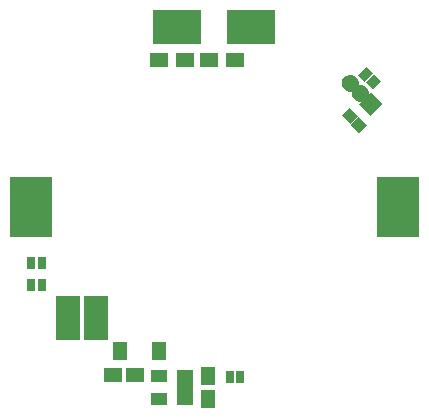
<source format=gbs>
G04 #@! TF.GenerationSoftware,KiCad,Pcbnew,no-vcs-found-f2763e9~58~ubuntu16.04.1*
G04 #@! TF.CreationDate,2017-03-23T18:26:22+02:00*
G04 #@! TF.ProjectId,multisensor_cr2032,6D756C746973656E736F725F63723230,rev?*
G04 #@! TF.FileFunction,Soldermask,Bot*
G04 #@! TF.FilePolarity,Negative*
%FSLAX46Y46*%
G04 Gerber Fmt 4.6, Leading zero omitted, Abs format (unit mm)*
G04 Created by KiCad (PCBNEW no-vcs-found-f2763e9~58~ubuntu16.04.1) date Thu Mar 23 18:26:22 2017*
%MOMM*%
%LPD*%
G01*
G04 APERTURE LIST*
%ADD10C,0.100000*%
%ADD11C,0.800000*%
%ADD12R,3.549600X5.175200*%
%ADD13R,1.600000X1.150000*%
%ADD14R,4.150000X2.900000*%
%ADD15R,1.150000X1.600000*%
%ADD16R,1.300000X1.600000*%
%ADD17R,2.000000X3.800000*%
%ADD18R,1.460000X1.050000*%
%ADD19R,1.600000X1.300000*%
%ADD20R,0.800000X1.000000*%
%ADD21C,0.900000*%
%ADD22C,1.400000*%
%ADD23C,1.400000*%
G04 APERTURE END LIST*
D10*
D11*
X129681802Y-75581802D03*
D10*
G36*
X130318198Y-75511091D02*
X129611091Y-76218198D01*
X129045406Y-75652513D01*
X129752513Y-74945406D01*
X130318198Y-75511091D01*
X130318198Y-75511091D01*
G37*
D11*
X130318198Y-76218198D03*
D10*
G36*
X130954594Y-76147487D02*
X130247487Y-76854594D01*
X129681802Y-76288909D01*
X130388909Y-75581802D01*
X130954594Y-76147487D01*
X130954594Y-76147487D01*
G37*
D12*
X101346000Y-86868000D03*
X132384800Y-86868000D03*
D13*
X108270000Y-101092000D03*
X110170000Y-101092000D03*
D14*
X119965000Y-71628000D03*
X113715000Y-71628000D03*
D15*
X116332000Y-101158000D03*
X116332000Y-103058000D03*
D16*
X108840000Y-99060000D03*
X112140000Y-99060000D03*
D17*
X106864000Y-96266000D03*
X104464000Y-96266000D03*
D18*
X112184000Y-101158000D03*
X112184000Y-103058000D03*
X114384000Y-103058000D03*
X114384000Y-102108000D03*
X114384000Y-101158000D03*
D19*
X112184000Y-74422000D03*
X114384000Y-74422000D03*
X116418000Y-74422000D03*
X118618000Y-74422000D03*
D20*
X102250000Y-93400000D03*
X101350000Y-93400000D03*
X102250000Y-91600000D03*
X101350000Y-91600000D03*
X119050000Y-101200000D03*
X118150000Y-101200000D03*
D21*
X129088909Y-79888909D03*
D10*
G36*
X128417158Y-79853554D02*
X129053554Y-79217158D01*
X129760660Y-79924264D01*
X129124264Y-80560660D01*
X128417158Y-79853554D01*
X128417158Y-79853554D01*
G37*
D21*
X128311091Y-79111091D03*
D10*
G36*
X127639340Y-79075736D02*
X128275736Y-78439340D01*
X128982842Y-79146446D01*
X128346446Y-79782842D01*
X127639340Y-79075736D01*
X127639340Y-79075736D01*
G37*
D22*
X128303949Y-76303949D03*
D23*
X128303949Y-76303949D02*
X128303949Y-76303949D01*
D22*
X129201974Y-77201974D03*
D23*
X129201974Y-77201974D02*
X129201974Y-77201974D01*
D22*
X130100000Y-78100000D03*
D10*
G36*
X130100000Y-77110051D02*
X131089949Y-78100000D01*
X130100000Y-79089949D01*
X129110051Y-78100000D01*
X130100000Y-77110051D01*
X130100000Y-77110051D01*
G37*
M02*

</source>
